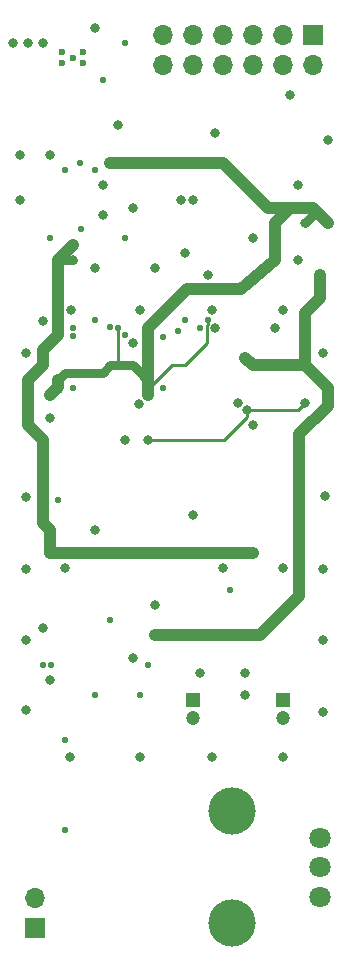
<source format=gbr>
%TF.GenerationSoftware,KiCad,Pcbnew,(5.1.5)-3*%
%TF.CreationDate,2020-11-01T10:27:24+01:00*%
%TF.ProjectId,PmodDAC,506d6f64-4441-4432-9e6b-696361645f70,v0.2*%
%TF.SameCoordinates,Original*%
%TF.FileFunction,Copper,L2,Inr*%
%TF.FilePolarity,Positive*%
%FSLAX46Y46*%
G04 Gerber Fmt 4.6, Leading zero omitted, Abs format (unit mm)*
G04 Created by KiCad (PCBNEW (5.1.5)-3) date 2020-11-01 10:27:24*
%MOMM*%
%LPD*%
G04 APERTURE LIST*
%TA.AperFunction,ViaPad*%
%ADD10C,1.200000*%
%TD*%
%TA.AperFunction,ViaPad*%
%ADD11R,1.200000X1.200000*%
%TD*%
%TA.AperFunction,WasherPad*%
%ADD12C,4.000000*%
%TD*%
%TA.AperFunction,ViaPad*%
%ADD13C,1.800000*%
%TD*%
%TA.AperFunction,ViaPad*%
%ADD14C,0.600000*%
%TD*%
%TA.AperFunction,ViaPad*%
%ADD15O,1.700000X1.700000*%
%TD*%
%TA.AperFunction,ViaPad*%
%ADD16R,1.700000X1.700000*%
%TD*%
%TA.AperFunction,ViaPad*%
%ADD17C,0.800000*%
%TD*%
%TA.AperFunction,ViaPad*%
%ADD18C,0.550000*%
%TD*%
%TA.AperFunction,Conductor*%
%ADD19C,0.250000*%
%TD*%
%TA.AperFunction,Conductor*%
%ADD20C,1.000000*%
%TD*%
%TA.AperFunction,Conductor*%
%ADD21C,0.750000*%
%TD*%
G04 APERTURE END LIST*
D10*
%TO.N,Net-(C16-Pad2)*%
%TO.C,C16*%
X-111760000Y-79375000D03*
D11*
%TO.N,/DI*%
X-111760000Y-77875000D03*
%TD*%
D12*
%TO.N,*%
%TO.C,R40*%
X-116085000Y-87285000D03*
X-116085000Y-96785000D03*
D13*
%TO.N,Net-(C16-Pad2)*%
X-108585000Y-89535000D03*
%TO.N,Net-(R40-Pad2)*%
X-108585000Y-92035000D03*
%TO.N,GNDA*%
X-108585000Y-94535000D03*
%TD*%
D10*
%TO.N,Net-(C33-Pad2)*%
%TO.C,C33*%
X-119380000Y-79375000D03*
D11*
%TO.N,Net-(C23-Pad1)*%
X-119380000Y-77875000D03*
%TD*%
D14*
%TO.N,GND*%
%TO.C,U4*%
X-129540000Y-23495000D03*
X-130400000Y-23975000D03*
X-128680000Y-23975000D03*
X-130400000Y-23015000D03*
X-128680000Y-23015000D03*
%TD*%
D15*
%TO.N,+3V3*%
%TO.C,J3*%
X-121920000Y-24130000D03*
X-121920000Y-21590000D03*
%TO.N,GNDA*%
X-119380000Y-24130000D03*
%TO.N,GND*%
X-119380000Y-21590000D03*
%TO.N,N/C*%
X-116840000Y-24130000D03*
X-116840000Y-21590000D03*
X-114300000Y-24130000D03*
%TO.N,/DAC_S_3V*%
X-114300000Y-21590000D03*
%TO.N,N/C*%
X-111760000Y-24130000D03*
%TO.N,/DAC_C_3V*%
X-111760000Y-21590000D03*
%TO.N,N/C*%
X-109220000Y-24130000D03*
D16*
%TO.N,/DAC_L_3V*%
X-109220000Y-21590000D03*
%TD*%
D15*
%TO.N,Net-(J1-Pad2)*%
%TO.C,J1*%
X-132715000Y-94615000D03*
D16*
%TO.N,GNDA*%
X-132715000Y-97155000D03*
%TD*%
D17*
%TO.N,GND*%
X-133985000Y-35560000D03*
X-133985000Y-31750000D03*
X-131445000Y-31750000D03*
X-125730000Y-29210000D03*
X-127000000Y-36850010D03*
X-117475000Y-29845000D03*
X-127000000Y-34290000D03*
X-124460000Y-36195000D03*
X-119380000Y-35560000D03*
X-127635000Y-20955000D03*
X-117475000Y-46355000D03*
X-124460000Y-47625000D03*
X-132080000Y-45815002D03*
X-120396000Y-35560000D03*
%TO.N,+3V3*%
X-132080000Y-22225000D03*
X-133350000Y-22225000D03*
X-134599990Y-22225000D03*
X-134599990Y-22225000D03*
%TO.N,/Vref_5V*%
X-123190000Y-55880000D03*
X-109855000Y-52705000D03*
X-114784948Y-53340000D03*
D18*
%TO.N,Net-(C23-Pad1)*%
X-123825000Y-77470000D03*
X-127635000Y-77470000D03*
D17*
%TO.N,+9V*%
X-116205000Y-72390000D03*
X-122555000Y-72390000D03*
X-108585000Y-43180000D03*
X-108585000Y-41910000D03*
X-114935000Y-48895000D03*
%TO.N,-5V*%
X-114300000Y-65405000D03*
X-129540000Y-40640000D03*
X-129540000Y-39370000D03*
X-131445000Y-65405000D03*
D18*
%TO.N,+5V*%
X-118110000Y-45720000D03*
D17*
X-123190000Y-52070000D03*
X-131445000Y-52070000D03*
D18*
X-125693563Y-46408402D03*
D17*
X-107950000Y-37465000D03*
X-109855000Y-37465000D03*
X-126365000Y-32385000D03*
D18*
%TO.N,Net-(R2-Pad1)*%
X-127000000Y-25400000D03*
X-125095000Y-22225000D03*
%TO.N,Net-(U1-Pad9)*%
X-120650000Y-46639998D03*
X-125095000Y-46990000D03*
%TO.N,Net-(U1-Pad15)*%
X-129540000Y-51435000D03*
X-129540000Y-47035013D03*
%TO.N,Net-(U2-Pad15)*%
X-121920000Y-51435000D03*
X-121920000Y-47170008D03*
D17*
%TO.N,GNDA*%
X-108331000Y-78867000D03*
X-108331000Y-72771000D03*
X-108331000Y-66802000D03*
X-108204000Y-60579000D03*
X-108331000Y-48514000D03*
X-111760000Y-44831000D03*
X-117729000Y-44831000D03*
X-123825000Y-44831000D03*
X-129667000Y-44831000D03*
X-133477000Y-48514000D03*
X-133477000Y-60706000D03*
X-133477000Y-66802000D03*
X-133477000Y-72771000D03*
X-133477000Y-78740000D03*
X-129794000Y-82677000D03*
X-123825000Y-82677000D03*
X-117729000Y-82677000D03*
X-119380000Y-62230000D03*
X-114300000Y-54610000D03*
D18*
X-130810000Y-60960000D03*
D17*
X-123918328Y-52798328D03*
X-112395000Y-46375010D03*
X-120015000Y-40005000D03*
X-115570000Y-52705000D03*
X-125095000Y-55880000D03*
X-131445000Y-53975000D03*
X-127635000Y-63500000D03*
X-131445000Y-76200000D03*
X-124460000Y-74295000D03*
X-132080000Y-71755000D03*
X-114935000Y-77470000D03*
X-114935000Y-75565000D03*
X-118745000Y-75565000D03*
X-122555000Y-69850000D03*
X-116840000Y-66675000D03*
X-111760000Y-66675000D03*
X-111125000Y-26670000D03*
X-107950000Y-30480000D03*
X-110490000Y-34290000D03*
X-110490000Y-40640000D03*
X-118110000Y-41910000D03*
X-114300000Y-38735000D03*
X-122555000Y-41275000D03*
X-130175000Y-66675000D03*
X-127614990Y-41275000D03*
X-111760000Y-82677000D03*
D18*
%TO.N,/1F*%
X-132080000Y-74930000D03*
X-126365000Y-71120000D03*
%TO.N,Net-(J1-Pad2)*%
X-130175000Y-81280000D03*
X-130175000Y-88900000D03*
%TO.N,/DAC_S_3V*%
X-130175000Y-33020000D03*
%TO.N,/DAC_C_3V*%
X-128905000Y-32385000D03*
%TO.N,/DAC_L_3V*%
X-127635000Y-33020000D03*
%TO.N,Net-(JP1-Pad2)*%
X-123190000Y-74930000D03*
X-131399987Y-74930000D03*
%TO.N,Net-(R40-Pad2)*%
X-116205000Y-68580000D03*
%TO.N,/DAC_C*%
X-118750177Y-46344030D03*
X-126370418Y-46343048D03*
X-125095000Y-38735000D03*
%TO.N,/DAC_L*%
X-120015000Y-45720000D03*
X-127635000Y-45720000D03*
X-131445000Y-38735000D03*
%TO.N,/DAC_S*%
X-129540000Y-46355000D03*
X-128847726Y-38042726D03*
%TD*%
D19*
%TO.N,/Vref_5V*%
X-110490000Y-53340000D02*
X-109855000Y-52705000D01*
X-114784948Y-53340000D02*
X-110490000Y-53340000D01*
X-122624315Y-55880000D02*
X-123190000Y-55880000D01*
X-116759263Y-55880000D02*
X-122624315Y-55880000D01*
X-114784948Y-53905685D02*
X-116759263Y-55880000D01*
X-114784948Y-53340000D02*
X-114784948Y-53905685D01*
D20*
%TO.N,+9V*%
X-116205000Y-72390000D02*
X-122555000Y-72390000D01*
X-109855000Y-49530000D02*
X-112395000Y-49530000D01*
X-109855000Y-49530000D02*
X-109855000Y-45085000D01*
X-109855000Y-45085000D02*
X-108585000Y-43815000D01*
X-108585000Y-43815000D02*
X-108585000Y-43180000D01*
X-108585000Y-43815000D02*
X-108585000Y-41910000D01*
X-114300000Y-49530000D02*
X-114935000Y-48895000D01*
X-111125000Y-49530000D02*
X-114300000Y-49530000D01*
D21*
X-109855000Y-49530000D02*
X-111125000Y-49530000D01*
D20*
X-109855000Y-49530000D02*
X-107950000Y-51435000D01*
X-113665000Y-72390000D02*
X-116205000Y-72390000D01*
X-107950000Y-51435000D02*
X-107950000Y-52959000D01*
X-110363000Y-55372000D02*
X-110363000Y-69088000D01*
X-107950000Y-52959000D02*
X-110363000Y-55372000D01*
X-110363000Y-69088000D02*
X-113665000Y-72390000D01*
D21*
%TO.N,-5V*%
X-130810000Y-40640000D02*
X-129540000Y-40640000D01*
D20*
X-130810000Y-40640000D02*
X-129540000Y-39370000D01*
X-114300000Y-65405000D02*
X-131445000Y-65405000D01*
X-131445000Y-65405000D02*
X-131445000Y-63500000D01*
X-131445000Y-63500000D02*
X-132080000Y-62865000D01*
X-132080000Y-55880000D02*
X-133350000Y-54610000D01*
X-132080000Y-62865000D02*
X-132080000Y-55880000D01*
X-133350000Y-51435000D02*
X-133350000Y-50800000D01*
X-133350000Y-54610000D02*
X-133350000Y-51435000D01*
X-133350000Y-50800000D02*
X-132080000Y-49530000D01*
X-132080000Y-49530000D02*
X-132080000Y-48260000D01*
X-130810000Y-46990000D02*
X-130810000Y-40640000D01*
X-132080000Y-48260000D02*
X-130810000Y-46990000D01*
D21*
%TO.N,+5V*%
X-130764682Y-51531465D02*
X-130764682Y-50754682D01*
X-130764682Y-50754682D02*
X-130175000Y-50165000D01*
X-130175000Y-50165000D02*
X-127000000Y-50165000D01*
X-127000000Y-50165000D02*
X-126365000Y-49530000D01*
X-123144682Y-50845318D02*
X-123144682Y-51531465D01*
X-124460000Y-49530000D02*
X-123144682Y-50845318D01*
X-126365000Y-49530000D02*
X-125730000Y-49530000D01*
X-125730000Y-49530000D02*
X-124460000Y-49530000D01*
D20*
X-123144682Y-51531465D02*
X-123144682Y-52024682D01*
X-123144682Y-52024682D02*
X-123190000Y-52070000D01*
X-130764682Y-50754682D02*
X-130764682Y-51389682D01*
X-130764682Y-51389682D02*
X-131445000Y-52070000D01*
D19*
X-121143217Y-49530000D02*
X-120015000Y-49530000D01*
X-118130001Y-46128909D02*
X-118110000Y-46108908D01*
X-120015000Y-49530000D02*
X-118130001Y-47645001D01*
X-123144682Y-51531465D02*
X-121143217Y-49530000D01*
X-118110000Y-46108908D02*
X-118110000Y-45720000D01*
X-118130001Y-47645001D02*
X-118130001Y-46128909D01*
X-125693563Y-46797310D02*
X-125693563Y-46408402D01*
X-125693563Y-49493563D02*
X-125693563Y-46797310D01*
X-125730000Y-49530000D02*
X-125693563Y-49493563D01*
D20*
X-111125000Y-36195000D02*
X-109855000Y-36195000D01*
X-109855000Y-36195000D02*
X-109220000Y-36195000D01*
X-109220000Y-36195000D02*
X-107950000Y-37465000D01*
D21*
X-109220000Y-36830000D02*
X-109855000Y-37465000D01*
X-109220000Y-36195000D02*
X-109220000Y-36830000D01*
D20*
X-111125000Y-36195000D02*
X-113030000Y-36195000D01*
X-113030000Y-36195000D02*
X-116840000Y-32385000D01*
X-116840000Y-32385000D02*
X-126365000Y-32385000D01*
X-112395000Y-40640000D02*
X-112395000Y-37465000D01*
X-123190000Y-46355000D02*
X-119888000Y-43053000D01*
X-119888000Y-43053000D02*
X-115316000Y-43053000D01*
X-112395000Y-37465000D02*
X-111125000Y-36195000D01*
X-123190000Y-52070000D02*
X-123190000Y-46355000D01*
X-115316000Y-43053000D02*
X-112395000Y-40640000D01*
%TD*%
M02*

</source>
